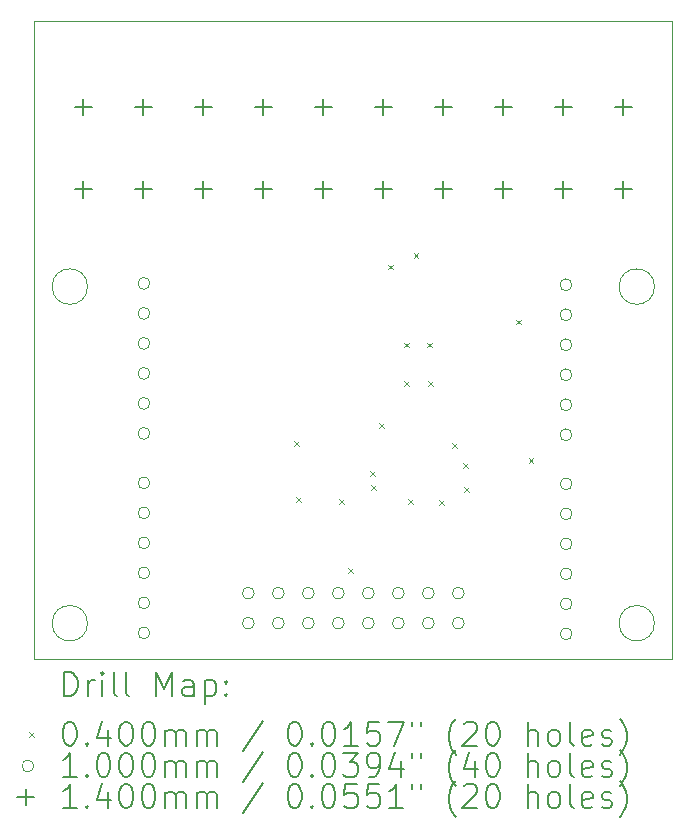
<source format=gbr>
%TF.GenerationSoftware,KiCad,Pcbnew,6.0.11+dfsg-1~bpo11+1*%
%TF.CreationDate,2023-07-05T16:37:01+02:00*%
%TF.ProjectId,aout4rib21,616f7574-3472-4696-9232-312e6b696361,1.1*%
%TF.SameCoordinates,Original*%
%TF.FileFunction,Drillmap*%
%TF.FilePolarity,Positive*%
%FSLAX45Y45*%
G04 Gerber Fmt 4.5, Leading zero omitted, Abs format (unit mm)*
G04 Created by KiCad (PCBNEW 6.0.11+dfsg-1~bpo11+1) date 2023-07-05 16:37:01*
%MOMM*%
%LPD*%
G01*
G04 APERTURE LIST*
%ADD10C,0.100000*%
%ADD11C,0.050000*%
%ADD12C,0.200000*%
%ADD13C,0.040000*%
%ADD14C,0.140000*%
G04 APERTURE END LIST*
D10*
X11850000Y-12000000D02*
X17250000Y-12000000D01*
X17250000Y-12000000D02*
X17250000Y-6600000D01*
X17250000Y-6600000D02*
X11850000Y-6600000D01*
X11850000Y-6600000D02*
X11850000Y-12000000D01*
X17100000Y-11700000D02*
G75*
G03*
X17100000Y-11700000I-150000J0D01*
G01*
X12300000Y-11700000D02*
G75*
G03*
X12300000Y-11700000I-150000J0D01*
G01*
D11*
X17100000Y-8850000D02*
G75*
G03*
X17100000Y-8850000I-150000J0D01*
G01*
D10*
X12300000Y-8850000D02*
G75*
G03*
X12300000Y-8850000I-150000J0D01*
G01*
D12*
D13*
X14050000Y-10161000D02*
X14090000Y-10201000D01*
X14090000Y-10161000D02*
X14050000Y-10201000D01*
X14067050Y-10635000D02*
X14107050Y-10675000D01*
X14107050Y-10635000D02*
X14067050Y-10675000D01*
X14430000Y-10647000D02*
X14470000Y-10687000D01*
X14470000Y-10647000D02*
X14430000Y-10687000D01*
X14505000Y-11235000D02*
X14545000Y-11275000D01*
X14545000Y-11235000D02*
X14505000Y-11275000D01*
X14695000Y-10415000D02*
X14735000Y-10455000D01*
X14735000Y-10415000D02*
X14695000Y-10455000D01*
X14700000Y-10530000D02*
X14740000Y-10570000D01*
X14740000Y-10530000D02*
X14700000Y-10570000D01*
X14770000Y-10005000D02*
X14810000Y-10045000D01*
X14810000Y-10005000D02*
X14770000Y-10045000D01*
X14844000Y-8663000D02*
X14884000Y-8703000D01*
X14884000Y-8663000D02*
X14844000Y-8703000D01*
X14980000Y-9650000D02*
X15020000Y-9690000D01*
X15020000Y-9650000D02*
X14980000Y-9690000D01*
X14983550Y-9325000D02*
X15023550Y-9365000D01*
X15023550Y-9325000D02*
X14983550Y-9365000D01*
X15017000Y-10648000D02*
X15057000Y-10688000D01*
X15057000Y-10648000D02*
X15017000Y-10688000D01*
X15062000Y-8566000D02*
X15102000Y-8606000D01*
X15102000Y-8566000D02*
X15062000Y-8606000D01*
X15175000Y-9325000D02*
X15215000Y-9365000D01*
X15215000Y-9325000D02*
X15175000Y-9365000D01*
X15185000Y-9650000D02*
X15225000Y-9690000D01*
X15225000Y-9650000D02*
X15185000Y-9690000D01*
X15280000Y-10660000D02*
X15320000Y-10700000D01*
X15320000Y-10660000D02*
X15280000Y-10700000D01*
X15390000Y-10176000D02*
X15430000Y-10216000D01*
X15430000Y-10176000D02*
X15390000Y-10216000D01*
X15480000Y-10345000D02*
X15520000Y-10385000D01*
X15520000Y-10345000D02*
X15480000Y-10385000D01*
X15490000Y-10550000D02*
X15530000Y-10590000D01*
X15530000Y-10550000D02*
X15490000Y-10590000D01*
X15930000Y-9130000D02*
X15970000Y-9170000D01*
X15970000Y-9130000D02*
X15930000Y-9170000D01*
X16035000Y-10300000D02*
X16075000Y-10340000D01*
X16075000Y-10300000D02*
X16035000Y-10340000D01*
D10*
X12827500Y-8822500D02*
G75*
G03*
X12827500Y-8822500I-50000J0D01*
G01*
X12827500Y-9076500D02*
G75*
G03*
X12827500Y-9076500I-50000J0D01*
G01*
X12827500Y-9330500D02*
G75*
G03*
X12827500Y-9330500I-50000J0D01*
G01*
X12827500Y-9584500D02*
G75*
G03*
X12827500Y-9584500I-50000J0D01*
G01*
X12827500Y-9838500D02*
G75*
G03*
X12827500Y-9838500I-50000J0D01*
G01*
X12827500Y-10092500D02*
G75*
G03*
X12827500Y-10092500I-50000J0D01*
G01*
X12827500Y-10512500D02*
G75*
G03*
X12827500Y-10512500I-50000J0D01*
G01*
X12827500Y-10766500D02*
G75*
G03*
X12827500Y-10766500I-50000J0D01*
G01*
X12827500Y-11020500D02*
G75*
G03*
X12827500Y-11020500I-50000J0D01*
G01*
X12827500Y-11274500D02*
G75*
G03*
X12827500Y-11274500I-50000J0D01*
G01*
X12827500Y-11528500D02*
G75*
G03*
X12827500Y-11528500I-50000J0D01*
G01*
X12827500Y-11782500D02*
G75*
G03*
X12827500Y-11782500I-50000J0D01*
G01*
X13711000Y-11445250D02*
G75*
G03*
X13711000Y-11445250I-50000J0D01*
G01*
X13711000Y-11699250D02*
G75*
G03*
X13711000Y-11699250I-50000J0D01*
G01*
X13965000Y-11445250D02*
G75*
G03*
X13965000Y-11445250I-50000J0D01*
G01*
X13965000Y-11699250D02*
G75*
G03*
X13965000Y-11699250I-50000J0D01*
G01*
X14219000Y-11445250D02*
G75*
G03*
X14219000Y-11445250I-50000J0D01*
G01*
X14219000Y-11699250D02*
G75*
G03*
X14219000Y-11699250I-50000J0D01*
G01*
X14473000Y-11445250D02*
G75*
G03*
X14473000Y-11445250I-50000J0D01*
G01*
X14473000Y-11699250D02*
G75*
G03*
X14473000Y-11699250I-50000J0D01*
G01*
X14727000Y-11445250D02*
G75*
G03*
X14727000Y-11445250I-50000J0D01*
G01*
X14727000Y-11699250D02*
G75*
G03*
X14727000Y-11699250I-50000J0D01*
G01*
X14981000Y-11445250D02*
G75*
G03*
X14981000Y-11445250I-50000J0D01*
G01*
X14981000Y-11699250D02*
G75*
G03*
X14981000Y-11699250I-50000J0D01*
G01*
X15235000Y-11445250D02*
G75*
G03*
X15235000Y-11445250I-50000J0D01*
G01*
X15235000Y-11699250D02*
G75*
G03*
X15235000Y-11699250I-50000J0D01*
G01*
X15489000Y-11445250D02*
G75*
G03*
X15489000Y-11445250I-50000J0D01*
G01*
X15489000Y-11699250D02*
G75*
G03*
X15489000Y-11699250I-50000J0D01*
G01*
X16400000Y-8834000D02*
G75*
G03*
X16400000Y-8834000I-50000J0D01*
G01*
X16400000Y-9088000D02*
G75*
G03*
X16400000Y-9088000I-50000J0D01*
G01*
X16400000Y-9342000D02*
G75*
G03*
X16400000Y-9342000I-50000J0D01*
G01*
X16400000Y-9596000D02*
G75*
G03*
X16400000Y-9596000I-50000J0D01*
G01*
X16400000Y-9850000D02*
G75*
G03*
X16400000Y-9850000I-50000J0D01*
G01*
X16400000Y-10104000D02*
G75*
G03*
X16400000Y-10104000I-50000J0D01*
G01*
X16402500Y-10520000D02*
G75*
G03*
X16402500Y-10520000I-50000J0D01*
G01*
X16402500Y-10774000D02*
G75*
G03*
X16402500Y-10774000I-50000J0D01*
G01*
X16402500Y-11028000D02*
G75*
G03*
X16402500Y-11028000I-50000J0D01*
G01*
X16402500Y-11282000D02*
G75*
G03*
X16402500Y-11282000I-50000J0D01*
G01*
X16402500Y-11536000D02*
G75*
G03*
X16402500Y-11536000I-50000J0D01*
G01*
X16402500Y-11790000D02*
G75*
G03*
X16402500Y-11790000I-50000J0D01*
G01*
D14*
X12264000Y-7257750D02*
X12264000Y-7397750D01*
X12194000Y-7327750D02*
X12334000Y-7327750D01*
X12264000Y-7957750D02*
X12264000Y-8097750D01*
X12194000Y-8027750D02*
X12334000Y-8027750D01*
X12772000Y-7257750D02*
X12772000Y-7397750D01*
X12702000Y-7327750D02*
X12842000Y-7327750D01*
X12772000Y-7957750D02*
X12772000Y-8097750D01*
X12702000Y-8027750D02*
X12842000Y-8027750D01*
X13280000Y-7257750D02*
X13280000Y-7397750D01*
X13210000Y-7327750D02*
X13350000Y-7327750D01*
X13280000Y-7957750D02*
X13280000Y-8097750D01*
X13210000Y-8027750D02*
X13350000Y-8027750D01*
X13788000Y-7257750D02*
X13788000Y-7397750D01*
X13718000Y-7327750D02*
X13858000Y-7327750D01*
X13788000Y-7957750D02*
X13788000Y-8097750D01*
X13718000Y-8027750D02*
X13858000Y-8027750D01*
X14296000Y-7257750D02*
X14296000Y-7397750D01*
X14226000Y-7327750D02*
X14366000Y-7327750D01*
X14296000Y-7957750D02*
X14296000Y-8097750D01*
X14226000Y-8027750D02*
X14366000Y-8027750D01*
X14804000Y-7257750D02*
X14804000Y-7397750D01*
X14734000Y-7327750D02*
X14874000Y-7327750D01*
X14804000Y-7957750D02*
X14804000Y-8097750D01*
X14734000Y-8027750D02*
X14874000Y-8027750D01*
X15312000Y-7257750D02*
X15312000Y-7397750D01*
X15242000Y-7327750D02*
X15382000Y-7327750D01*
X15312000Y-7957750D02*
X15312000Y-8097750D01*
X15242000Y-8027750D02*
X15382000Y-8027750D01*
X15820000Y-7257750D02*
X15820000Y-7397750D01*
X15750000Y-7327750D02*
X15890000Y-7327750D01*
X15820000Y-7957750D02*
X15820000Y-8097750D01*
X15750000Y-8027750D02*
X15890000Y-8027750D01*
X16328000Y-7257750D02*
X16328000Y-7397750D01*
X16258000Y-7327750D02*
X16398000Y-7327750D01*
X16328000Y-7957750D02*
X16328000Y-8097750D01*
X16258000Y-8027750D02*
X16398000Y-8027750D01*
X16836000Y-7257750D02*
X16836000Y-7397750D01*
X16766000Y-7327750D02*
X16906000Y-7327750D01*
X16836000Y-7957750D02*
X16836000Y-8097750D01*
X16766000Y-8027750D02*
X16906000Y-8027750D01*
D12*
X12102619Y-12315476D02*
X12102619Y-12115476D01*
X12150238Y-12115476D01*
X12178809Y-12125000D01*
X12197857Y-12144048D01*
X12207381Y-12163095D01*
X12216905Y-12201190D01*
X12216905Y-12229762D01*
X12207381Y-12267857D01*
X12197857Y-12286905D01*
X12178809Y-12305952D01*
X12150238Y-12315476D01*
X12102619Y-12315476D01*
X12302619Y-12315476D02*
X12302619Y-12182143D01*
X12302619Y-12220238D02*
X12312143Y-12201190D01*
X12321667Y-12191667D01*
X12340714Y-12182143D01*
X12359762Y-12182143D01*
X12426428Y-12315476D02*
X12426428Y-12182143D01*
X12426428Y-12115476D02*
X12416905Y-12125000D01*
X12426428Y-12134524D01*
X12435952Y-12125000D01*
X12426428Y-12115476D01*
X12426428Y-12134524D01*
X12550238Y-12315476D02*
X12531190Y-12305952D01*
X12521667Y-12286905D01*
X12521667Y-12115476D01*
X12655000Y-12315476D02*
X12635952Y-12305952D01*
X12626428Y-12286905D01*
X12626428Y-12115476D01*
X12883571Y-12315476D02*
X12883571Y-12115476D01*
X12950238Y-12258333D01*
X13016905Y-12115476D01*
X13016905Y-12315476D01*
X13197857Y-12315476D02*
X13197857Y-12210714D01*
X13188333Y-12191667D01*
X13169286Y-12182143D01*
X13131190Y-12182143D01*
X13112143Y-12191667D01*
X13197857Y-12305952D02*
X13178809Y-12315476D01*
X13131190Y-12315476D01*
X13112143Y-12305952D01*
X13102619Y-12286905D01*
X13102619Y-12267857D01*
X13112143Y-12248809D01*
X13131190Y-12239286D01*
X13178809Y-12239286D01*
X13197857Y-12229762D01*
X13293095Y-12182143D02*
X13293095Y-12382143D01*
X13293095Y-12191667D02*
X13312143Y-12182143D01*
X13350238Y-12182143D01*
X13369286Y-12191667D01*
X13378809Y-12201190D01*
X13388333Y-12220238D01*
X13388333Y-12277381D01*
X13378809Y-12296428D01*
X13369286Y-12305952D01*
X13350238Y-12315476D01*
X13312143Y-12315476D01*
X13293095Y-12305952D01*
X13474048Y-12296428D02*
X13483571Y-12305952D01*
X13474048Y-12315476D01*
X13464524Y-12305952D01*
X13474048Y-12296428D01*
X13474048Y-12315476D01*
X13474048Y-12191667D02*
X13483571Y-12201190D01*
X13474048Y-12210714D01*
X13464524Y-12201190D01*
X13474048Y-12191667D01*
X13474048Y-12210714D01*
D13*
X11805000Y-12625000D02*
X11845000Y-12665000D01*
X11845000Y-12625000D02*
X11805000Y-12665000D01*
D12*
X12140714Y-12535476D02*
X12159762Y-12535476D01*
X12178809Y-12545000D01*
X12188333Y-12554524D01*
X12197857Y-12573571D01*
X12207381Y-12611667D01*
X12207381Y-12659286D01*
X12197857Y-12697381D01*
X12188333Y-12716428D01*
X12178809Y-12725952D01*
X12159762Y-12735476D01*
X12140714Y-12735476D01*
X12121667Y-12725952D01*
X12112143Y-12716428D01*
X12102619Y-12697381D01*
X12093095Y-12659286D01*
X12093095Y-12611667D01*
X12102619Y-12573571D01*
X12112143Y-12554524D01*
X12121667Y-12545000D01*
X12140714Y-12535476D01*
X12293095Y-12716428D02*
X12302619Y-12725952D01*
X12293095Y-12735476D01*
X12283571Y-12725952D01*
X12293095Y-12716428D01*
X12293095Y-12735476D01*
X12474048Y-12602143D02*
X12474048Y-12735476D01*
X12426428Y-12525952D02*
X12378809Y-12668809D01*
X12502619Y-12668809D01*
X12616905Y-12535476D02*
X12635952Y-12535476D01*
X12655000Y-12545000D01*
X12664524Y-12554524D01*
X12674048Y-12573571D01*
X12683571Y-12611667D01*
X12683571Y-12659286D01*
X12674048Y-12697381D01*
X12664524Y-12716428D01*
X12655000Y-12725952D01*
X12635952Y-12735476D01*
X12616905Y-12735476D01*
X12597857Y-12725952D01*
X12588333Y-12716428D01*
X12578809Y-12697381D01*
X12569286Y-12659286D01*
X12569286Y-12611667D01*
X12578809Y-12573571D01*
X12588333Y-12554524D01*
X12597857Y-12545000D01*
X12616905Y-12535476D01*
X12807381Y-12535476D02*
X12826428Y-12535476D01*
X12845476Y-12545000D01*
X12855000Y-12554524D01*
X12864524Y-12573571D01*
X12874048Y-12611667D01*
X12874048Y-12659286D01*
X12864524Y-12697381D01*
X12855000Y-12716428D01*
X12845476Y-12725952D01*
X12826428Y-12735476D01*
X12807381Y-12735476D01*
X12788333Y-12725952D01*
X12778809Y-12716428D01*
X12769286Y-12697381D01*
X12759762Y-12659286D01*
X12759762Y-12611667D01*
X12769286Y-12573571D01*
X12778809Y-12554524D01*
X12788333Y-12545000D01*
X12807381Y-12535476D01*
X12959762Y-12735476D02*
X12959762Y-12602143D01*
X12959762Y-12621190D02*
X12969286Y-12611667D01*
X12988333Y-12602143D01*
X13016905Y-12602143D01*
X13035952Y-12611667D01*
X13045476Y-12630714D01*
X13045476Y-12735476D01*
X13045476Y-12630714D02*
X13055000Y-12611667D01*
X13074048Y-12602143D01*
X13102619Y-12602143D01*
X13121667Y-12611667D01*
X13131190Y-12630714D01*
X13131190Y-12735476D01*
X13226428Y-12735476D02*
X13226428Y-12602143D01*
X13226428Y-12621190D02*
X13235952Y-12611667D01*
X13255000Y-12602143D01*
X13283571Y-12602143D01*
X13302619Y-12611667D01*
X13312143Y-12630714D01*
X13312143Y-12735476D01*
X13312143Y-12630714D02*
X13321667Y-12611667D01*
X13340714Y-12602143D01*
X13369286Y-12602143D01*
X13388333Y-12611667D01*
X13397857Y-12630714D01*
X13397857Y-12735476D01*
X13788333Y-12525952D02*
X13616905Y-12783095D01*
X14045476Y-12535476D02*
X14064524Y-12535476D01*
X14083571Y-12545000D01*
X14093095Y-12554524D01*
X14102619Y-12573571D01*
X14112143Y-12611667D01*
X14112143Y-12659286D01*
X14102619Y-12697381D01*
X14093095Y-12716428D01*
X14083571Y-12725952D01*
X14064524Y-12735476D01*
X14045476Y-12735476D01*
X14026428Y-12725952D01*
X14016905Y-12716428D01*
X14007381Y-12697381D01*
X13997857Y-12659286D01*
X13997857Y-12611667D01*
X14007381Y-12573571D01*
X14016905Y-12554524D01*
X14026428Y-12545000D01*
X14045476Y-12535476D01*
X14197857Y-12716428D02*
X14207381Y-12725952D01*
X14197857Y-12735476D01*
X14188333Y-12725952D01*
X14197857Y-12716428D01*
X14197857Y-12735476D01*
X14331190Y-12535476D02*
X14350238Y-12535476D01*
X14369286Y-12545000D01*
X14378809Y-12554524D01*
X14388333Y-12573571D01*
X14397857Y-12611667D01*
X14397857Y-12659286D01*
X14388333Y-12697381D01*
X14378809Y-12716428D01*
X14369286Y-12725952D01*
X14350238Y-12735476D01*
X14331190Y-12735476D01*
X14312143Y-12725952D01*
X14302619Y-12716428D01*
X14293095Y-12697381D01*
X14283571Y-12659286D01*
X14283571Y-12611667D01*
X14293095Y-12573571D01*
X14302619Y-12554524D01*
X14312143Y-12545000D01*
X14331190Y-12535476D01*
X14588333Y-12735476D02*
X14474048Y-12735476D01*
X14531190Y-12735476D02*
X14531190Y-12535476D01*
X14512143Y-12564048D01*
X14493095Y-12583095D01*
X14474048Y-12592619D01*
X14769286Y-12535476D02*
X14674048Y-12535476D01*
X14664524Y-12630714D01*
X14674048Y-12621190D01*
X14693095Y-12611667D01*
X14740714Y-12611667D01*
X14759762Y-12621190D01*
X14769286Y-12630714D01*
X14778809Y-12649762D01*
X14778809Y-12697381D01*
X14769286Y-12716428D01*
X14759762Y-12725952D01*
X14740714Y-12735476D01*
X14693095Y-12735476D01*
X14674048Y-12725952D01*
X14664524Y-12716428D01*
X14845476Y-12535476D02*
X14978809Y-12535476D01*
X14893095Y-12735476D01*
X15045476Y-12535476D02*
X15045476Y-12573571D01*
X15121667Y-12535476D02*
X15121667Y-12573571D01*
X15416905Y-12811667D02*
X15407381Y-12802143D01*
X15388333Y-12773571D01*
X15378809Y-12754524D01*
X15369286Y-12725952D01*
X15359762Y-12678333D01*
X15359762Y-12640238D01*
X15369286Y-12592619D01*
X15378809Y-12564048D01*
X15388333Y-12545000D01*
X15407381Y-12516428D01*
X15416905Y-12506905D01*
X15483571Y-12554524D02*
X15493095Y-12545000D01*
X15512143Y-12535476D01*
X15559762Y-12535476D01*
X15578809Y-12545000D01*
X15588333Y-12554524D01*
X15597857Y-12573571D01*
X15597857Y-12592619D01*
X15588333Y-12621190D01*
X15474048Y-12735476D01*
X15597857Y-12735476D01*
X15721667Y-12535476D02*
X15740714Y-12535476D01*
X15759762Y-12545000D01*
X15769286Y-12554524D01*
X15778809Y-12573571D01*
X15788333Y-12611667D01*
X15788333Y-12659286D01*
X15778809Y-12697381D01*
X15769286Y-12716428D01*
X15759762Y-12725952D01*
X15740714Y-12735476D01*
X15721667Y-12735476D01*
X15702619Y-12725952D01*
X15693095Y-12716428D01*
X15683571Y-12697381D01*
X15674048Y-12659286D01*
X15674048Y-12611667D01*
X15683571Y-12573571D01*
X15693095Y-12554524D01*
X15702619Y-12545000D01*
X15721667Y-12535476D01*
X16026428Y-12735476D02*
X16026428Y-12535476D01*
X16112143Y-12735476D02*
X16112143Y-12630714D01*
X16102619Y-12611667D01*
X16083571Y-12602143D01*
X16055000Y-12602143D01*
X16035952Y-12611667D01*
X16026428Y-12621190D01*
X16235952Y-12735476D02*
X16216905Y-12725952D01*
X16207381Y-12716428D01*
X16197857Y-12697381D01*
X16197857Y-12640238D01*
X16207381Y-12621190D01*
X16216905Y-12611667D01*
X16235952Y-12602143D01*
X16264524Y-12602143D01*
X16283571Y-12611667D01*
X16293095Y-12621190D01*
X16302619Y-12640238D01*
X16302619Y-12697381D01*
X16293095Y-12716428D01*
X16283571Y-12725952D01*
X16264524Y-12735476D01*
X16235952Y-12735476D01*
X16416905Y-12735476D02*
X16397857Y-12725952D01*
X16388333Y-12706905D01*
X16388333Y-12535476D01*
X16569286Y-12725952D02*
X16550238Y-12735476D01*
X16512143Y-12735476D01*
X16493095Y-12725952D01*
X16483571Y-12706905D01*
X16483571Y-12630714D01*
X16493095Y-12611667D01*
X16512143Y-12602143D01*
X16550238Y-12602143D01*
X16569286Y-12611667D01*
X16578809Y-12630714D01*
X16578809Y-12649762D01*
X16483571Y-12668809D01*
X16655000Y-12725952D02*
X16674048Y-12735476D01*
X16712143Y-12735476D01*
X16731190Y-12725952D01*
X16740714Y-12706905D01*
X16740714Y-12697381D01*
X16731190Y-12678333D01*
X16712143Y-12668809D01*
X16683571Y-12668809D01*
X16664524Y-12659286D01*
X16655000Y-12640238D01*
X16655000Y-12630714D01*
X16664524Y-12611667D01*
X16683571Y-12602143D01*
X16712143Y-12602143D01*
X16731190Y-12611667D01*
X16807381Y-12811667D02*
X16816905Y-12802143D01*
X16835952Y-12773571D01*
X16845476Y-12754524D01*
X16855000Y-12725952D01*
X16864524Y-12678333D01*
X16864524Y-12640238D01*
X16855000Y-12592619D01*
X16845476Y-12564048D01*
X16835952Y-12545000D01*
X16816905Y-12516428D01*
X16807381Y-12506905D01*
D10*
X11845000Y-12909000D02*
G75*
G03*
X11845000Y-12909000I-50000J0D01*
G01*
D12*
X12207381Y-12999476D02*
X12093095Y-12999476D01*
X12150238Y-12999476D02*
X12150238Y-12799476D01*
X12131190Y-12828048D01*
X12112143Y-12847095D01*
X12093095Y-12856619D01*
X12293095Y-12980428D02*
X12302619Y-12989952D01*
X12293095Y-12999476D01*
X12283571Y-12989952D01*
X12293095Y-12980428D01*
X12293095Y-12999476D01*
X12426428Y-12799476D02*
X12445476Y-12799476D01*
X12464524Y-12809000D01*
X12474048Y-12818524D01*
X12483571Y-12837571D01*
X12493095Y-12875667D01*
X12493095Y-12923286D01*
X12483571Y-12961381D01*
X12474048Y-12980428D01*
X12464524Y-12989952D01*
X12445476Y-12999476D01*
X12426428Y-12999476D01*
X12407381Y-12989952D01*
X12397857Y-12980428D01*
X12388333Y-12961381D01*
X12378809Y-12923286D01*
X12378809Y-12875667D01*
X12388333Y-12837571D01*
X12397857Y-12818524D01*
X12407381Y-12809000D01*
X12426428Y-12799476D01*
X12616905Y-12799476D02*
X12635952Y-12799476D01*
X12655000Y-12809000D01*
X12664524Y-12818524D01*
X12674048Y-12837571D01*
X12683571Y-12875667D01*
X12683571Y-12923286D01*
X12674048Y-12961381D01*
X12664524Y-12980428D01*
X12655000Y-12989952D01*
X12635952Y-12999476D01*
X12616905Y-12999476D01*
X12597857Y-12989952D01*
X12588333Y-12980428D01*
X12578809Y-12961381D01*
X12569286Y-12923286D01*
X12569286Y-12875667D01*
X12578809Y-12837571D01*
X12588333Y-12818524D01*
X12597857Y-12809000D01*
X12616905Y-12799476D01*
X12807381Y-12799476D02*
X12826428Y-12799476D01*
X12845476Y-12809000D01*
X12855000Y-12818524D01*
X12864524Y-12837571D01*
X12874048Y-12875667D01*
X12874048Y-12923286D01*
X12864524Y-12961381D01*
X12855000Y-12980428D01*
X12845476Y-12989952D01*
X12826428Y-12999476D01*
X12807381Y-12999476D01*
X12788333Y-12989952D01*
X12778809Y-12980428D01*
X12769286Y-12961381D01*
X12759762Y-12923286D01*
X12759762Y-12875667D01*
X12769286Y-12837571D01*
X12778809Y-12818524D01*
X12788333Y-12809000D01*
X12807381Y-12799476D01*
X12959762Y-12999476D02*
X12959762Y-12866143D01*
X12959762Y-12885190D02*
X12969286Y-12875667D01*
X12988333Y-12866143D01*
X13016905Y-12866143D01*
X13035952Y-12875667D01*
X13045476Y-12894714D01*
X13045476Y-12999476D01*
X13045476Y-12894714D02*
X13055000Y-12875667D01*
X13074048Y-12866143D01*
X13102619Y-12866143D01*
X13121667Y-12875667D01*
X13131190Y-12894714D01*
X13131190Y-12999476D01*
X13226428Y-12999476D02*
X13226428Y-12866143D01*
X13226428Y-12885190D02*
X13235952Y-12875667D01*
X13255000Y-12866143D01*
X13283571Y-12866143D01*
X13302619Y-12875667D01*
X13312143Y-12894714D01*
X13312143Y-12999476D01*
X13312143Y-12894714D02*
X13321667Y-12875667D01*
X13340714Y-12866143D01*
X13369286Y-12866143D01*
X13388333Y-12875667D01*
X13397857Y-12894714D01*
X13397857Y-12999476D01*
X13788333Y-12789952D02*
X13616905Y-13047095D01*
X14045476Y-12799476D02*
X14064524Y-12799476D01*
X14083571Y-12809000D01*
X14093095Y-12818524D01*
X14102619Y-12837571D01*
X14112143Y-12875667D01*
X14112143Y-12923286D01*
X14102619Y-12961381D01*
X14093095Y-12980428D01*
X14083571Y-12989952D01*
X14064524Y-12999476D01*
X14045476Y-12999476D01*
X14026428Y-12989952D01*
X14016905Y-12980428D01*
X14007381Y-12961381D01*
X13997857Y-12923286D01*
X13997857Y-12875667D01*
X14007381Y-12837571D01*
X14016905Y-12818524D01*
X14026428Y-12809000D01*
X14045476Y-12799476D01*
X14197857Y-12980428D02*
X14207381Y-12989952D01*
X14197857Y-12999476D01*
X14188333Y-12989952D01*
X14197857Y-12980428D01*
X14197857Y-12999476D01*
X14331190Y-12799476D02*
X14350238Y-12799476D01*
X14369286Y-12809000D01*
X14378809Y-12818524D01*
X14388333Y-12837571D01*
X14397857Y-12875667D01*
X14397857Y-12923286D01*
X14388333Y-12961381D01*
X14378809Y-12980428D01*
X14369286Y-12989952D01*
X14350238Y-12999476D01*
X14331190Y-12999476D01*
X14312143Y-12989952D01*
X14302619Y-12980428D01*
X14293095Y-12961381D01*
X14283571Y-12923286D01*
X14283571Y-12875667D01*
X14293095Y-12837571D01*
X14302619Y-12818524D01*
X14312143Y-12809000D01*
X14331190Y-12799476D01*
X14464524Y-12799476D02*
X14588333Y-12799476D01*
X14521667Y-12875667D01*
X14550238Y-12875667D01*
X14569286Y-12885190D01*
X14578809Y-12894714D01*
X14588333Y-12913762D01*
X14588333Y-12961381D01*
X14578809Y-12980428D01*
X14569286Y-12989952D01*
X14550238Y-12999476D01*
X14493095Y-12999476D01*
X14474048Y-12989952D01*
X14464524Y-12980428D01*
X14683571Y-12999476D02*
X14721667Y-12999476D01*
X14740714Y-12989952D01*
X14750238Y-12980428D01*
X14769286Y-12951857D01*
X14778809Y-12913762D01*
X14778809Y-12837571D01*
X14769286Y-12818524D01*
X14759762Y-12809000D01*
X14740714Y-12799476D01*
X14702619Y-12799476D01*
X14683571Y-12809000D01*
X14674048Y-12818524D01*
X14664524Y-12837571D01*
X14664524Y-12885190D01*
X14674048Y-12904238D01*
X14683571Y-12913762D01*
X14702619Y-12923286D01*
X14740714Y-12923286D01*
X14759762Y-12913762D01*
X14769286Y-12904238D01*
X14778809Y-12885190D01*
X14950238Y-12866143D02*
X14950238Y-12999476D01*
X14902619Y-12789952D02*
X14855000Y-12932809D01*
X14978809Y-12932809D01*
X15045476Y-12799476D02*
X15045476Y-12837571D01*
X15121667Y-12799476D02*
X15121667Y-12837571D01*
X15416905Y-13075667D02*
X15407381Y-13066143D01*
X15388333Y-13037571D01*
X15378809Y-13018524D01*
X15369286Y-12989952D01*
X15359762Y-12942333D01*
X15359762Y-12904238D01*
X15369286Y-12856619D01*
X15378809Y-12828048D01*
X15388333Y-12809000D01*
X15407381Y-12780428D01*
X15416905Y-12770905D01*
X15578809Y-12866143D02*
X15578809Y-12999476D01*
X15531190Y-12789952D02*
X15483571Y-12932809D01*
X15607381Y-12932809D01*
X15721667Y-12799476D02*
X15740714Y-12799476D01*
X15759762Y-12809000D01*
X15769286Y-12818524D01*
X15778809Y-12837571D01*
X15788333Y-12875667D01*
X15788333Y-12923286D01*
X15778809Y-12961381D01*
X15769286Y-12980428D01*
X15759762Y-12989952D01*
X15740714Y-12999476D01*
X15721667Y-12999476D01*
X15702619Y-12989952D01*
X15693095Y-12980428D01*
X15683571Y-12961381D01*
X15674048Y-12923286D01*
X15674048Y-12875667D01*
X15683571Y-12837571D01*
X15693095Y-12818524D01*
X15702619Y-12809000D01*
X15721667Y-12799476D01*
X16026428Y-12999476D02*
X16026428Y-12799476D01*
X16112143Y-12999476D02*
X16112143Y-12894714D01*
X16102619Y-12875667D01*
X16083571Y-12866143D01*
X16055000Y-12866143D01*
X16035952Y-12875667D01*
X16026428Y-12885190D01*
X16235952Y-12999476D02*
X16216905Y-12989952D01*
X16207381Y-12980428D01*
X16197857Y-12961381D01*
X16197857Y-12904238D01*
X16207381Y-12885190D01*
X16216905Y-12875667D01*
X16235952Y-12866143D01*
X16264524Y-12866143D01*
X16283571Y-12875667D01*
X16293095Y-12885190D01*
X16302619Y-12904238D01*
X16302619Y-12961381D01*
X16293095Y-12980428D01*
X16283571Y-12989952D01*
X16264524Y-12999476D01*
X16235952Y-12999476D01*
X16416905Y-12999476D02*
X16397857Y-12989952D01*
X16388333Y-12970905D01*
X16388333Y-12799476D01*
X16569286Y-12989952D02*
X16550238Y-12999476D01*
X16512143Y-12999476D01*
X16493095Y-12989952D01*
X16483571Y-12970905D01*
X16483571Y-12894714D01*
X16493095Y-12875667D01*
X16512143Y-12866143D01*
X16550238Y-12866143D01*
X16569286Y-12875667D01*
X16578809Y-12894714D01*
X16578809Y-12913762D01*
X16483571Y-12932809D01*
X16655000Y-12989952D02*
X16674048Y-12999476D01*
X16712143Y-12999476D01*
X16731190Y-12989952D01*
X16740714Y-12970905D01*
X16740714Y-12961381D01*
X16731190Y-12942333D01*
X16712143Y-12932809D01*
X16683571Y-12932809D01*
X16664524Y-12923286D01*
X16655000Y-12904238D01*
X16655000Y-12894714D01*
X16664524Y-12875667D01*
X16683571Y-12866143D01*
X16712143Y-12866143D01*
X16731190Y-12875667D01*
X16807381Y-13075667D02*
X16816905Y-13066143D01*
X16835952Y-13037571D01*
X16845476Y-13018524D01*
X16855000Y-12989952D01*
X16864524Y-12942333D01*
X16864524Y-12904238D01*
X16855000Y-12856619D01*
X16845476Y-12828048D01*
X16835952Y-12809000D01*
X16816905Y-12780428D01*
X16807381Y-12770905D01*
D14*
X11775000Y-13103000D02*
X11775000Y-13243000D01*
X11705000Y-13173000D02*
X11845000Y-13173000D01*
D12*
X12207381Y-13263476D02*
X12093095Y-13263476D01*
X12150238Y-13263476D02*
X12150238Y-13063476D01*
X12131190Y-13092048D01*
X12112143Y-13111095D01*
X12093095Y-13120619D01*
X12293095Y-13244428D02*
X12302619Y-13253952D01*
X12293095Y-13263476D01*
X12283571Y-13253952D01*
X12293095Y-13244428D01*
X12293095Y-13263476D01*
X12474048Y-13130143D02*
X12474048Y-13263476D01*
X12426428Y-13053952D02*
X12378809Y-13196809D01*
X12502619Y-13196809D01*
X12616905Y-13063476D02*
X12635952Y-13063476D01*
X12655000Y-13073000D01*
X12664524Y-13082524D01*
X12674048Y-13101571D01*
X12683571Y-13139667D01*
X12683571Y-13187286D01*
X12674048Y-13225381D01*
X12664524Y-13244428D01*
X12655000Y-13253952D01*
X12635952Y-13263476D01*
X12616905Y-13263476D01*
X12597857Y-13253952D01*
X12588333Y-13244428D01*
X12578809Y-13225381D01*
X12569286Y-13187286D01*
X12569286Y-13139667D01*
X12578809Y-13101571D01*
X12588333Y-13082524D01*
X12597857Y-13073000D01*
X12616905Y-13063476D01*
X12807381Y-13063476D02*
X12826428Y-13063476D01*
X12845476Y-13073000D01*
X12855000Y-13082524D01*
X12864524Y-13101571D01*
X12874048Y-13139667D01*
X12874048Y-13187286D01*
X12864524Y-13225381D01*
X12855000Y-13244428D01*
X12845476Y-13253952D01*
X12826428Y-13263476D01*
X12807381Y-13263476D01*
X12788333Y-13253952D01*
X12778809Y-13244428D01*
X12769286Y-13225381D01*
X12759762Y-13187286D01*
X12759762Y-13139667D01*
X12769286Y-13101571D01*
X12778809Y-13082524D01*
X12788333Y-13073000D01*
X12807381Y-13063476D01*
X12959762Y-13263476D02*
X12959762Y-13130143D01*
X12959762Y-13149190D02*
X12969286Y-13139667D01*
X12988333Y-13130143D01*
X13016905Y-13130143D01*
X13035952Y-13139667D01*
X13045476Y-13158714D01*
X13045476Y-13263476D01*
X13045476Y-13158714D02*
X13055000Y-13139667D01*
X13074048Y-13130143D01*
X13102619Y-13130143D01*
X13121667Y-13139667D01*
X13131190Y-13158714D01*
X13131190Y-13263476D01*
X13226428Y-13263476D02*
X13226428Y-13130143D01*
X13226428Y-13149190D02*
X13235952Y-13139667D01*
X13255000Y-13130143D01*
X13283571Y-13130143D01*
X13302619Y-13139667D01*
X13312143Y-13158714D01*
X13312143Y-13263476D01*
X13312143Y-13158714D02*
X13321667Y-13139667D01*
X13340714Y-13130143D01*
X13369286Y-13130143D01*
X13388333Y-13139667D01*
X13397857Y-13158714D01*
X13397857Y-13263476D01*
X13788333Y-13053952D02*
X13616905Y-13311095D01*
X14045476Y-13063476D02*
X14064524Y-13063476D01*
X14083571Y-13073000D01*
X14093095Y-13082524D01*
X14102619Y-13101571D01*
X14112143Y-13139667D01*
X14112143Y-13187286D01*
X14102619Y-13225381D01*
X14093095Y-13244428D01*
X14083571Y-13253952D01*
X14064524Y-13263476D01*
X14045476Y-13263476D01*
X14026428Y-13253952D01*
X14016905Y-13244428D01*
X14007381Y-13225381D01*
X13997857Y-13187286D01*
X13997857Y-13139667D01*
X14007381Y-13101571D01*
X14016905Y-13082524D01*
X14026428Y-13073000D01*
X14045476Y-13063476D01*
X14197857Y-13244428D02*
X14207381Y-13253952D01*
X14197857Y-13263476D01*
X14188333Y-13253952D01*
X14197857Y-13244428D01*
X14197857Y-13263476D01*
X14331190Y-13063476D02*
X14350238Y-13063476D01*
X14369286Y-13073000D01*
X14378809Y-13082524D01*
X14388333Y-13101571D01*
X14397857Y-13139667D01*
X14397857Y-13187286D01*
X14388333Y-13225381D01*
X14378809Y-13244428D01*
X14369286Y-13253952D01*
X14350238Y-13263476D01*
X14331190Y-13263476D01*
X14312143Y-13253952D01*
X14302619Y-13244428D01*
X14293095Y-13225381D01*
X14283571Y-13187286D01*
X14283571Y-13139667D01*
X14293095Y-13101571D01*
X14302619Y-13082524D01*
X14312143Y-13073000D01*
X14331190Y-13063476D01*
X14578809Y-13063476D02*
X14483571Y-13063476D01*
X14474048Y-13158714D01*
X14483571Y-13149190D01*
X14502619Y-13139667D01*
X14550238Y-13139667D01*
X14569286Y-13149190D01*
X14578809Y-13158714D01*
X14588333Y-13177762D01*
X14588333Y-13225381D01*
X14578809Y-13244428D01*
X14569286Y-13253952D01*
X14550238Y-13263476D01*
X14502619Y-13263476D01*
X14483571Y-13253952D01*
X14474048Y-13244428D01*
X14769286Y-13063476D02*
X14674048Y-13063476D01*
X14664524Y-13158714D01*
X14674048Y-13149190D01*
X14693095Y-13139667D01*
X14740714Y-13139667D01*
X14759762Y-13149190D01*
X14769286Y-13158714D01*
X14778809Y-13177762D01*
X14778809Y-13225381D01*
X14769286Y-13244428D01*
X14759762Y-13253952D01*
X14740714Y-13263476D01*
X14693095Y-13263476D01*
X14674048Y-13253952D01*
X14664524Y-13244428D01*
X14969286Y-13263476D02*
X14855000Y-13263476D01*
X14912143Y-13263476D02*
X14912143Y-13063476D01*
X14893095Y-13092048D01*
X14874048Y-13111095D01*
X14855000Y-13120619D01*
X15045476Y-13063476D02*
X15045476Y-13101571D01*
X15121667Y-13063476D02*
X15121667Y-13101571D01*
X15416905Y-13339667D02*
X15407381Y-13330143D01*
X15388333Y-13301571D01*
X15378809Y-13282524D01*
X15369286Y-13253952D01*
X15359762Y-13206333D01*
X15359762Y-13168238D01*
X15369286Y-13120619D01*
X15378809Y-13092048D01*
X15388333Y-13073000D01*
X15407381Y-13044428D01*
X15416905Y-13034905D01*
X15483571Y-13082524D02*
X15493095Y-13073000D01*
X15512143Y-13063476D01*
X15559762Y-13063476D01*
X15578809Y-13073000D01*
X15588333Y-13082524D01*
X15597857Y-13101571D01*
X15597857Y-13120619D01*
X15588333Y-13149190D01*
X15474048Y-13263476D01*
X15597857Y-13263476D01*
X15721667Y-13063476D02*
X15740714Y-13063476D01*
X15759762Y-13073000D01*
X15769286Y-13082524D01*
X15778809Y-13101571D01*
X15788333Y-13139667D01*
X15788333Y-13187286D01*
X15778809Y-13225381D01*
X15769286Y-13244428D01*
X15759762Y-13253952D01*
X15740714Y-13263476D01*
X15721667Y-13263476D01*
X15702619Y-13253952D01*
X15693095Y-13244428D01*
X15683571Y-13225381D01*
X15674048Y-13187286D01*
X15674048Y-13139667D01*
X15683571Y-13101571D01*
X15693095Y-13082524D01*
X15702619Y-13073000D01*
X15721667Y-13063476D01*
X16026428Y-13263476D02*
X16026428Y-13063476D01*
X16112143Y-13263476D02*
X16112143Y-13158714D01*
X16102619Y-13139667D01*
X16083571Y-13130143D01*
X16055000Y-13130143D01*
X16035952Y-13139667D01*
X16026428Y-13149190D01*
X16235952Y-13263476D02*
X16216905Y-13253952D01*
X16207381Y-13244428D01*
X16197857Y-13225381D01*
X16197857Y-13168238D01*
X16207381Y-13149190D01*
X16216905Y-13139667D01*
X16235952Y-13130143D01*
X16264524Y-13130143D01*
X16283571Y-13139667D01*
X16293095Y-13149190D01*
X16302619Y-13168238D01*
X16302619Y-13225381D01*
X16293095Y-13244428D01*
X16283571Y-13253952D01*
X16264524Y-13263476D01*
X16235952Y-13263476D01*
X16416905Y-13263476D02*
X16397857Y-13253952D01*
X16388333Y-13234905D01*
X16388333Y-13063476D01*
X16569286Y-13253952D02*
X16550238Y-13263476D01*
X16512143Y-13263476D01*
X16493095Y-13253952D01*
X16483571Y-13234905D01*
X16483571Y-13158714D01*
X16493095Y-13139667D01*
X16512143Y-13130143D01*
X16550238Y-13130143D01*
X16569286Y-13139667D01*
X16578809Y-13158714D01*
X16578809Y-13177762D01*
X16483571Y-13196809D01*
X16655000Y-13253952D02*
X16674048Y-13263476D01*
X16712143Y-13263476D01*
X16731190Y-13253952D01*
X16740714Y-13234905D01*
X16740714Y-13225381D01*
X16731190Y-13206333D01*
X16712143Y-13196809D01*
X16683571Y-13196809D01*
X16664524Y-13187286D01*
X16655000Y-13168238D01*
X16655000Y-13158714D01*
X16664524Y-13139667D01*
X16683571Y-13130143D01*
X16712143Y-13130143D01*
X16731190Y-13139667D01*
X16807381Y-13339667D02*
X16816905Y-13330143D01*
X16835952Y-13301571D01*
X16845476Y-13282524D01*
X16855000Y-13253952D01*
X16864524Y-13206333D01*
X16864524Y-13168238D01*
X16855000Y-13120619D01*
X16845476Y-13092048D01*
X16835952Y-13073000D01*
X16816905Y-13044428D01*
X16807381Y-13034905D01*
M02*

</source>
